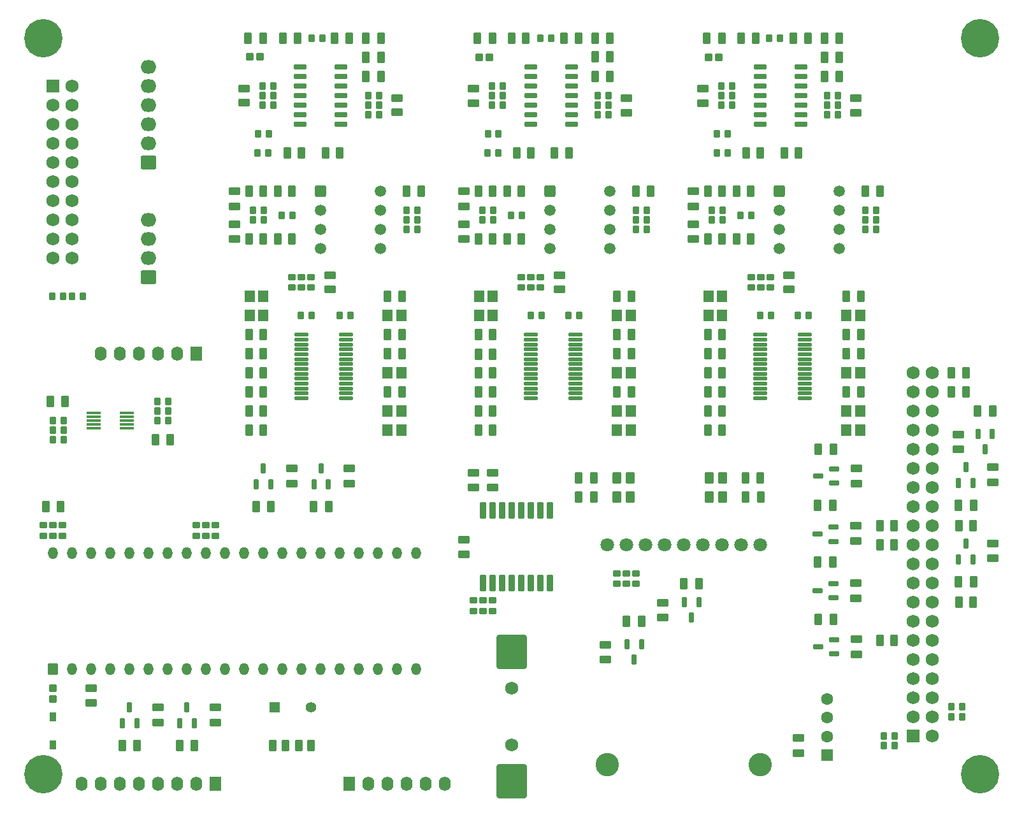
<source format=gts>
G04*
G04 #@! TF.GenerationSoftware,Altium Limited,Altium Designer,19.0.15 (446)*
G04*
G04 Layer_Color=8388736*
%FSLAX25Y25*%
%MOIN*%
G70*
G01*
G75*
%ADD33R,0.05512X0.06299*%
G04:AMPARAMS|DCode=34|XSize=61.02mil|YSize=43.31mil|CornerRadius=5.91mil|HoleSize=0mil|Usage=FLASHONLY|Rotation=90.000|XOffset=0mil|YOffset=0mil|HoleType=Round|Shape=RoundedRectangle|*
%AMROUNDEDRECTD34*
21,1,0.06102,0.03150,0,0,90.0*
21,1,0.04921,0.04331,0,0,90.0*
1,1,0.01181,0.01575,0.02461*
1,1,0.01181,0.01575,-0.02461*
1,1,0.01181,-0.01575,-0.02461*
1,1,0.01181,-0.01575,0.02461*
%
%ADD34ROUNDEDRECTD34*%
G04:AMPARAMS|DCode=35|XSize=40.95mil|YSize=35.43mil|CornerRadius=5.12mil|HoleSize=0mil|Usage=FLASHONLY|Rotation=90.000|XOffset=0mil|YOffset=0mil|HoleType=Round|Shape=RoundedRectangle|*
%AMROUNDEDRECTD35*
21,1,0.04095,0.02520,0,0,90.0*
21,1,0.03071,0.03543,0,0,90.0*
1,1,0.01024,0.01260,0.01535*
1,1,0.01024,0.01260,-0.01535*
1,1,0.01024,-0.01260,-0.01535*
1,1,0.01024,-0.01260,0.01535*
%
%ADD35ROUNDEDRECTD35*%
G04:AMPARAMS|DCode=36|XSize=61.02mil|YSize=43.31mil|CornerRadius=5.91mil|HoleSize=0mil|Usage=FLASHONLY|Rotation=180.000|XOffset=0mil|YOffset=0mil|HoleType=Round|Shape=RoundedRectangle|*
%AMROUNDEDRECTD36*
21,1,0.06102,0.03150,0,0,180.0*
21,1,0.04921,0.04331,0,0,180.0*
1,1,0.01181,-0.02461,0.01575*
1,1,0.01181,0.02461,0.01575*
1,1,0.01181,0.02461,-0.01575*
1,1,0.01181,-0.02461,-0.01575*
%
%ADD36ROUNDEDRECTD36*%
G04:AMPARAMS|DCode=37|XSize=43.31mil|YSize=39.37mil|CornerRadius=5.51mil|HoleSize=0mil|Usage=FLASHONLY|Rotation=90.000|XOffset=0mil|YOffset=0mil|HoleType=Round|Shape=RoundedRectangle|*
%AMROUNDEDRECTD37*
21,1,0.04331,0.02835,0,0,90.0*
21,1,0.03228,0.03937,0,0,90.0*
1,1,0.01102,0.01417,0.01614*
1,1,0.01102,0.01417,-0.01614*
1,1,0.01102,-0.01417,-0.01614*
1,1,0.01102,-0.01417,0.01614*
%
%ADD37ROUNDEDRECTD37*%
G04:AMPARAMS|DCode=38|XSize=63.98mil|YSize=29.53mil|CornerRadius=4.53mil|HoleSize=0mil|Usage=FLASHONLY|Rotation=0.000|XOffset=0mil|YOffset=0mil|HoleType=Round|Shape=RoundedRectangle|*
%AMROUNDEDRECTD38*
21,1,0.06398,0.02047,0,0,0.0*
21,1,0.05492,0.02953,0,0,0.0*
1,1,0.00906,0.02746,-0.01024*
1,1,0.00906,-0.02746,-0.01024*
1,1,0.00906,-0.02746,0.01024*
1,1,0.00906,0.02746,0.01024*
%
%ADD38ROUNDEDRECTD38*%
G04:AMPARAMS|DCode=39|XSize=40.95mil|YSize=35.43mil|CornerRadius=5.12mil|HoleSize=0mil|Usage=FLASHONLY|Rotation=0.000|XOffset=0mil|YOffset=0mil|HoleType=Round|Shape=RoundedRectangle|*
%AMROUNDEDRECTD39*
21,1,0.04095,0.02520,0,0,0.0*
21,1,0.03071,0.03543,0,0,0.0*
1,1,0.01024,0.01535,-0.01260*
1,1,0.01024,-0.01535,-0.01260*
1,1,0.01024,-0.01535,0.01260*
1,1,0.01024,0.01535,0.01260*
%
%ADD39ROUNDEDRECTD39*%
G04:AMPARAMS|DCode=40|XSize=74.8mil|YSize=17.72mil|CornerRadius=3.35mil|HoleSize=0mil|Usage=FLASHONLY|Rotation=0.000|XOffset=0mil|YOffset=0mil|HoleType=Round|Shape=RoundedRectangle|*
%AMROUNDEDRECTD40*
21,1,0.07480,0.01102,0,0,0.0*
21,1,0.06811,0.01772,0,0,0.0*
1,1,0.00669,0.03406,-0.00551*
1,1,0.00669,-0.03406,-0.00551*
1,1,0.00669,-0.03406,0.00551*
1,1,0.00669,0.03406,0.00551*
%
%ADD40ROUNDEDRECTD40*%
G04:AMPARAMS|DCode=41|XSize=51.18mil|YSize=29.53mil|CornerRadius=4.53mil|HoleSize=0mil|Usage=FLASHONLY|Rotation=270.000|XOffset=0mil|YOffset=0mil|HoleType=Round|Shape=RoundedRectangle|*
%AMROUNDEDRECTD41*
21,1,0.05118,0.02047,0,0,270.0*
21,1,0.04213,0.02953,0,0,270.0*
1,1,0.00906,-0.01024,-0.02106*
1,1,0.00906,-0.01024,0.02106*
1,1,0.00906,0.01024,0.02106*
1,1,0.00906,0.01024,-0.02106*
%
%ADD41ROUNDEDRECTD41*%
G04:AMPARAMS|DCode=42|XSize=51.18mil|YSize=29.53mil|CornerRadius=4.53mil|HoleSize=0mil|Usage=FLASHONLY|Rotation=180.000|XOffset=0mil|YOffset=0mil|HoleType=Round|Shape=RoundedRectangle|*
%AMROUNDEDRECTD42*
21,1,0.05118,0.02047,0,0,180.0*
21,1,0.04213,0.02953,0,0,180.0*
1,1,0.00906,-0.02106,0.01024*
1,1,0.00906,0.02106,0.01024*
1,1,0.00906,0.02106,-0.01024*
1,1,0.00906,-0.02106,-0.01024*
%
%ADD42ROUNDEDRECTD42*%
G04:AMPARAMS|DCode=43|XSize=86.61mil|YSize=31.5mil|CornerRadius=4.72mil|HoleSize=0mil|Usage=FLASHONLY|Rotation=90.000|XOffset=0mil|YOffset=0mil|HoleType=Round|Shape=RoundedRectangle|*
%AMROUNDEDRECTD43*
21,1,0.08661,0.02205,0,0,90.0*
21,1,0.07717,0.03150,0,0,90.0*
1,1,0.00945,0.01102,0.03858*
1,1,0.00945,0.01102,-0.03858*
1,1,0.00945,-0.01102,-0.03858*
1,1,0.00945,-0.01102,0.03858*
%
%ADD43ROUNDEDRECTD43*%
G04:AMPARAMS|DCode=44|XSize=58.66mil|YSize=41.73mil|CornerRadius=5.75mil|HoleSize=0mil|Usage=FLASHONLY|Rotation=90.000|XOffset=0mil|YOffset=0mil|HoleType=Round|Shape=RoundedRectangle|*
%AMROUNDEDRECTD44*
21,1,0.05866,0.03024,0,0,90.0*
21,1,0.04717,0.04173,0,0,90.0*
1,1,0.01150,0.01512,0.02358*
1,1,0.01150,0.01512,-0.02358*
1,1,0.01150,-0.01512,-0.02358*
1,1,0.01150,-0.01512,0.02358*
%
%ADD44ROUNDEDRECTD44*%
G04:AMPARAMS|DCode=45|XSize=41.34mil|YSize=41.34mil|CornerRadius=6.64mil|HoleSize=0mil|Usage=FLASHONLY|Rotation=270.000|XOffset=0mil|YOffset=0mil|HoleType=Round|Shape=RoundedRectangle|*
%AMROUNDEDRECTD45*
21,1,0.04134,0.02805,0,0,270.0*
21,1,0.02805,0.04134,0,0,270.0*
1,1,0.01329,-0.01403,-0.01403*
1,1,0.01329,-0.01403,0.01403*
1,1,0.01329,0.01403,0.01403*
1,1,0.01329,0.01403,-0.01403*
%
%ADD45ROUNDEDRECTD45*%
G04:AMPARAMS|DCode=46|XSize=49.21mil|YSize=35.43mil|CornerRadius=5.12mil|HoleSize=0mil|Usage=FLASHONLY|Rotation=270.000|XOffset=0mil|YOffset=0mil|HoleType=Round|Shape=RoundedRectangle|*
%AMROUNDEDRECTD46*
21,1,0.04921,0.02520,0,0,270.0*
21,1,0.03898,0.03543,0,0,270.0*
1,1,0.01024,-0.01260,-0.01949*
1,1,0.01024,-0.01260,0.01949*
1,1,0.01024,0.01260,0.01949*
1,1,0.01024,0.01260,-0.01949*
%
%ADD46ROUNDEDRECTD46*%
G04:AMPARAMS|DCode=47|XSize=74.8mil|YSize=15.35mil|CornerRadius=3.11mil|HoleSize=0mil|Usage=FLASHONLY|Rotation=0.000|XOffset=0mil|YOffset=0mil|HoleType=Round|Shape=RoundedRectangle|*
%AMROUNDEDRECTD47*
21,1,0.07480,0.00913,0,0,0.0*
21,1,0.06858,0.01535,0,0,0.0*
1,1,0.00622,0.03429,-0.00457*
1,1,0.00622,-0.03429,-0.00457*
1,1,0.00622,-0.03429,0.00457*
1,1,0.00622,0.03429,0.00457*
%
%ADD47ROUNDEDRECTD47*%
G04:AMPARAMS|DCode=48|XSize=47.24mil|YSize=59.06mil|CornerRadius=7.38mil|HoleSize=0mil|Usage=FLASHONLY|Rotation=180.000|XOffset=0mil|YOffset=0mil|HoleType=Round|Shape=RoundedRectangle|*
%AMROUNDEDRECTD48*
21,1,0.04724,0.04429,0,0,180.0*
21,1,0.03248,0.05906,0,0,180.0*
1,1,0.01476,-0.01624,0.02215*
1,1,0.01476,0.01624,0.02215*
1,1,0.01476,0.01624,-0.02215*
1,1,0.01476,-0.01624,-0.02215*
%
%ADD48ROUNDEDRECTD48*%
G04:AMPARAMS|DCode=49|XSize=181.1mil|YSize=161.42mil|CornerRadius=17.72mil|HoleSize=0mil|Usage=FLASHONLY|Rotation=90.000|XOffset=0mil|YOffset=0mil|HoleType=Round|Shape=RoundedRectangle|*
%AMROUNDEDRECTD49*
21,1,0.18110,0.12598,0,0,90.0*
21,1,0.14567,0.16142,0,0,90.0*
1,1,0.03543,0.06299,0.07284*
1,1,0.03543,0.06299,-0.07284*
1,1,0.03543,-0.06299,-0.07284*
1,1,0.03543,-0.06299,0.07284*
%
%ADD49ROUNDEDRECTD49*%
%ADD50C,0.05906*%
G04:AMPARAMS|DCode=51|XSize=59.06mil|YSize=59.06mil|CornerRadius=7.48mil|HoleSize=0mil|Usage=FLASHONLY|Rotation=0.000|XOffset=0mil|YOffset=0mil|HoleType=Round|Shape=RoundedRectangle|*
%AMROUNDEDRECTD51*
21,1,0.05906,0.04409,0,0,0.0*
21,1,0.04409,0.05906,0,0,0.0*
1,1,0.01496,0.02205,-0.02205*
1,1,0.01496,-0.02205,-0.02205*
1,1,0.01496,-0.02205,0.02205*
1,1,0.01496,0.02205,0.02205*
%
%ADD51ROUNDEDRECTD51*%
G04:AMPARAMS|DCode=52|XSize=68.9mil|YSize=68.9mil|CornerRadius=8.47mil|HoleSize=0mil|Usage=FLASHONLY|Rotation=270.000|XOffset=0mil|YOffset=0mil|HoleType=Round|Shape=RoundedRectangle|*
%AMROUNDEDRECTD52*
21,1,0.06890,0.05197,0,0,270.0*
21,1,0.05197,0.06890,0,0,270.0*
1,1,0.01693,-0.02598,-0.02598*
1,1,0.01693,-0.02598,0.02598*
1,1,0.01693,0.02598,0.02598*
1,1,0.01693,0.02598,-0.02598*
%
%ADD52ROUNDEDRECTD52*%
%ADD53C,0.06890*%
G04:AMPARAMS|DCode=54|XSize=62.99mil|YSize=62.99mil|CornerRadius=7.87mil|HoleSize=0mil|Usage=FLASHONLY|Rotation=90.000|XOffset=0mil|YOffset=0mil|HoleType=Round|Shape=RoundedRectangle|*
%AMROUNDEDRECTD54*
21,1,0.06299,0.04724,0,0,90.0*
21,1,0.04724,0.06299,0,0,90.0*
1,1,0.01575,0.02362,0.02362*
1,1,0.01575,0.02362,-0.02362*
1,1,0.01575,-0.02362,-0.02362*
1,1,0.01575,-0.02362,0.02362*
%
%ADD54ROUNDEDRECTD54*%
%ADD55C,0.06299*%
%ADD56C,0.12205*%
%ADD57C,0.07087*%
G04:AMPARAMS|DCode=58|XSize=62.99mil|YSize=74.8mil|CornerRadius=9.35mil|HoleSize=0mil|Usage=FLASHONLY|Rotation=0.000|XOffset=0mil|YOffset=0mil|HoleType=Round|Shape=RoundedRectangle|*
%AMROUNDEDRECTD58*
21,1,0.06299,0.05610,0,0,0.0*
21,1,0.04429,0.07480,0,0,0.0*
1,1,0.01870,0.02215,-0.02805*
1,1,0.01870,-0.02215,-0.02805*
1,1,0.01870,-0.02215,0.02805*
1,1,0.01870,0.02215,0.02805*
%
%ADD58ROUNDEDRECTD58*%
%ADD59O,0.06299X0.07480*%
G04:AMPARAMS|DCode=60|XSize=55.12mil|YSize=55.12mil|CornerRadius=7.09mil|HoleSize=0mil|Usage=FLASHONLY|Rotation=0.000|XOffset=0mil|YOffset=0mil|HoleType=Round|Shape=RoundedRectangle|*
%AMROUNDEDRECTD60*
21,1,0.05512,0.04095,0,0,0.0*
21,1,0.04095,0.05512,0,0,0.0*
1,1,0.01417,0.02047,-0.02047*
1,1,0.01417,-0.02047,-0.02047*
1,1,0.01417,-0.02047,0.02047*
1,1,0.01417,0.02047,0.02047*
%
%ADD60ROUNDEDRECTD60*%
%ADD61C,0.05512*%
%ADD62O,0.05118X0.06299*%
G04:AMPARAMS|DCode=63|XSize=62.99mil|YSize=51.18mil|CornerRadius=6.69mil|HoleSize=0mil|Usage=FLASHONLY|Rotation=90.000|XOffset=0mil|YOffset=0mil|HoleType=Round|Shape=RoundedRectangle|*
%AMROUNDEDRECTD63*
21,1,0.06299,0.03780,0,0,90.0*
21,1,0.04961,0.05118,0,0,90.0*
1,1,0.01339,0.01890,0.02480*
1,1,0.01339,0.01890,-0.02480*
1,1,0.01339,-0.01890,-0.02480*
1,1,0.01339,-0.01890,0.02480*
%
%ADD63ROUNDEDRECTD63*%
G04:AMPARAMS|DCode=64|XSize=70.87mil|YSize=82.68mil|CornerRadius=10.34mil|HoleSize=0mil|Usage=FLASHONLY|Rotation=90.000|XOffset=0mil|YOffset=0mil|HoleType=Round|Shape=RoundedRectangle|*
%AMROUNDEDRECTD64*
21,1,0.07087,0.06201,0,0,90.0*
21,1,0.05020,0.08268,0,0,90.0*
1,1,0.02067,0.03100,0.02510*
1,1,0.02067,0.03100,-0.02510*
1,1,0.02067,-0.03100,-0.02510*
1,1,0.02067,-0.03100,0.02510*
%
%ADD64ROUNDEDRECTD64*%
%ADD65O,0.08268X0.07087*%
%ADD66C,0.20079*%
%ADD67C,0.06906*%
D33*
X442087Y195000D02*
D03*
X435000D02*
D03*
X442087Y205000D02*
D03*
X435000D02*
D03*
X442087Y225000D02*
D03*
X435000D02*
D03*
X442087Y255000D02*
D03*
X435000D02*
D03*
X370000D02*
D03*
X362913D02*
D03*
X370000Y265000D02*
D03*
X362913D02*
D03*
X322087Y255000D02*
D03*
X315000D02*
D03*
X322087Y225000D02*
D03*
X315000D02*
D03*
X322087Y205000D02*
D03*
X315000D02*
D03*
X322087Y195000D02*
D03*
X315000D02*
D03*
X250000Y265000D02*
D03*
X242913D02*
D03*
X250000Y255000D02*
D03*
X242913D02*
D03*
X202087Y195000D02*
D03*
X195000D02*
D03*
X202087Y205000D02*
D03*
X195000D02*
D03*
X202087Y225000D02*
D03*
X195000D02*
D03*
X202087Y255000D02*
D03*
X195000D02*
D03*
X130000Y265000D02*
D03*
X122913D02*
D03*
X129803Y255000D02*
D03*
X122717D02*
D03*
D34*
X435000Y215000D02*
D03*
X442480D02*
D03*
X435000Y235059D02*
D03*
X442480D02*
D03*
X435000Y245000D02*
D03*
X442480D02*
D03*
X435000Y265000D02*
D03*
X442480D02*
D03*
X452480Y320000D02*
D03*
X445000D02*
D03*
X423386Y380000D02*
D03*
X431260D02*
D03*
X423386Y390000D02*
D03*
X431260D02*
D03*
X423386Y400000D02*
D03*
X431260D02*
D03*
X415000D02*
D03*
X407126D02*
D03*
X380000D02*
D03*
X387480D02*
D03*
X369803D02*
D03*
X361929D02*
D03*
X390000Y340000D02*
D03*
X382520D02*
D03*
X410000D02*
D03*
X402520D02*
D03*
X303386Y380000D02*
D03*
X311260D02*
D03*
X303386Y390400D02*
D03*
X311260D02*
D03*
X303386Y400000D02*
D03*
X311260D02*
D03*
X295000D02*
D03*
X287126D02*
D03*
X259803D02*
D03*
X267283D02*
D03*
X249803D02*
D03*
X241929D02*
D03*
X289803Y340000D02*
D03*
X282323D02*
D03*
X270000D02*
D03*
X262520D02*
D03*
X377520Y320000D02*
D03*
X385000D02*
D03*
X362520D02*
D03*
X370000D02*
D03*
X377520Y295000D02*
D03*
X385000D02*
D03*
X362520D02*
D03*
X370000D02*
D03*
X332480Y320000D02*
D03*
X325000D02*
D03*
X257520D02*
D03*
X265000D02*
D03*
X242520D02*
D03*
X250000D02*
D03*
X257520Y295000D02*
D03*
X265000D02*
D03*
X242520D02*
D03*
X250000D02*
D03*
X362520Y195000D02*
D03*
X370000D02*
D03*
X362520Y205000D02*
D03*
X370000D02*
D03*
X362520Y215000D02*
D03*
X370000D02*
D03*
X362520Y225000D02*
D03*
X370000D02*
D03*
X362520Y235059D02*
D03*
X370000D02*
D03*
X362520Y245000D02*
D03*
X370000D02*
D03*
X315000Y265000D02*
D03*
X322480D02*
D03*
X315000Y245000D02*
D03*
X322480D02*
D03*
X315000Y235000D02*
D03*
X322480D02*
D03*
X315000Y215000D02*
D03*
X322480D02*
D03*
X242520Y195000D02*
D03*
X250000D02*
D03*
X242520Y205000D02*
D03*
X250000D02*
D03*
X242520Y215000D02*
D03*
X250000D02*
D03*
X242520Y225000D02*
D03*
X250000D02*
D03*
X242520Y234764D02*
D03*
X250000D02*
D03*
X242520Y245000D02*
D03*
X250000D02*
D03*
X490000Y225000D02*
D03*
X497480D02*
D03*
X490000Y215000D02*
D03*
X497480D02*
D03*
X503583Y205000D02*
D03*
X511457D02*
D03*
X501417Y155709D02*
D03*
X493543D02*
D03*
X493740Y144961D02*
D03*
X501220D02*
D03*
X501417Y115870D02*
D03*
X493543D02*
D03*
X501220Y105256D02*
D03*
X493740D02*
D03*
X420354Y185000D02*
D03*
X428228D02*
D03*
X420000Y155709D02*
D03*
X427874D02*
D03*
X452520Y135000D02*
D03*
X460000D02*
D03*
X452520Y145000D02*
D03*
X460000D02*
D03*
X420000Y126063D02*
D03*
X427874D02*
D03*
X420354Y96024D02*
D03*
X428228D02*
D03*
X452520Y85000D02*
D03*
X460000D02*
D03*
X212480Y320000D02*
D03*
X205000D02*
D03*
X195000Y215000D02*
D03*
X202480D02*
D03*
X195000Y235000D02*
D03*
X202480D02*
D03*
X195000Y245000D02*
D03*
X202480D02*
D03*
X195000Y265000D02*
D03*
X202480D02*
D03*
X122520Y245000D02*
D03*
X130000D02*
D03*
X122520Y235000D02*
D03*
X130000D02*
D03*
X122520Y225000D02*
D03*
X130000D02*
D03*
X122520Y215000D02*
D03*
X130000D02*
D03*
X122520Y205000D02*
D03*
X130000D02*
D03*
X122520Y195000D02*
D03*
X130000D02*
D03*
X350000Y114803D02*
D03*
X357874D02*
D03*
X320000Y95000D02*
D03*
X327874D02*
D03*
X164134Y155000D02*
D03*
X156260D02*
D03*
X133937D02*
D03*
X126063D02*
D03*
X93937Y30000D02*
D03*
X86063D02*
D03*
X63937D02*
D03*
X56063D02*
D03*
X16260Y155000D02*
D03*
X23740D02*
D03*
X137520Y295000D02*
D03*
X145000D02*
D03*
X122520D02*
D03*
X130000D02*
D03*
X137520Y320000D02*
D03*
X145000D02*
D03*
X122520D02*
D03*
X130000D02*
D03*
X170000Y340000D02*
D03*
X162520D02*
D03*
X150000D02*
D03*
X142520D02*
D03*
X183661Y380000D02*
D03*
X191535D02*
D03*
X183661Y390000D02*
D03*
X191535D02*
D03*
X183661Y400000D02*
D03*
X191535D02*
D03*
X175000D02*
D03*
X167126D02*
D03*
X140290D02*
D03*
X147770D02*
D03*
X129803D02*
D03*
X121929D02*
D03*
X302874Y160000D02*
D03*
X295000D02*
D03*
X302874Y170000D02*
D03*
X295000D02*
D03*
X382323Y160000D02*
D03*
X390197D02*
D03*
X382126Y170000D02*
D03*
X390000D02*
D03*
X18661Y210000D02*
D03*
X26142D02*
D03*
X73661Y190000D02*
D03*
X81142D02*
D03*
D35*
X450394Y305000D02*
D03*
X444803D02*
D03*
X450394Y300000D02*
D03*
X444803D02*
D03*
X450394Y310000D02*
D03*
X444803D02*
D03*
X430394Y360000D02*
D03*
X424803D02*
D03*
X430394Y365000D02*
D03*
X424803D02*
D03*
X430394Y370000D02*
D03*
X424803D02*
D03*
X400197Y400000D02*
D03*
X394606D02*
D03*
X369606Y375000D02*
D03*
X375197D02*
D03*
X369606Y370000D02*
D03*
X375197D02*
D03*
X369606Y365000D02*
D03*
X375197D02*
D03*
X372795Y350000D02*
D03*
X367205D02*
D03*
Y340000D02*
D03*
X372795D02*
D03*
X280394Y400000D02*
D03*
X274803D02*
D03*
X310394Y370000D02*
D03*
X304803D02*
D03*
X310394Y365000D02*
D03*
X304803D02*
D03*
X310394Y360000D02*
D03*
X304803D02*
D03*
X249606Y375000D02*
D03*
X255197D02*
D03*
X249606Y370000D02*
D03*
X255197D02*
D03*
X249606Y365000D02*
D03*
X255197D02*
D03*
X247205Y340000D02*
D03*
X252795D02*
D03*
X252992Y350000D02*
D03*
X247401D02*
D03*
X364606Y310000D02*
D03*
X370197D02*
D03*
Y305000D02*
D03*
X364606D02*
D03*
X379606Y307437D02*
D03*
X385197D02*
D03*
X330394Y300000D02*
D03*
X324803D02*
D03*
X330394Y305000D02*
D03*
X324803D02*
D03*
X330394Y310000D02*
D03*
X324803D02*
D03*
X244606D02*
D03*
X250197D02*
D03*
Y305000D02*
D03*
X244606D02*
D03*
X259606Y307437D02*
D03*
X265197D02*
D03*
X409606Y255000D02*
D03*
X415197D02*
D03*
X395394D02*
D03*
X389803D02*
D03*
X289606D02*
D03*
X295197D02*
D03*
X275394D02*
D03*
X269803D02*
D03*
X495394Y45000D02*
D03*
X489803D02*
D03*
X495394Y50472D02*
D03*
X489803D02*
D03*
X454606Y35000D02*
D03*
X460197D02*
D03*
X454606Y30000D02*
D03*
X460197D02*
D03*
X204803Y305000D02*
D03*
X210394D02*
D03*
Y310000D02*
D03*
X204803D02*
D03*
X169803Y255000D02*
D03*
X175394D02*
D03*
X155197D02*
D03*
X149606D02*
D03*
X130197Y305000D02*
D03*
X124606D02*
D03*
Y310000D02*
D03*
X130197D02*
D03*
X139606Y307437D02*
D03*
X145197D02*
D03*
X127008Y340000D02*
D03*
X132598D02*
D03*
X132795Y350000D02*
D03*
X127205D02*
D03*
X129606Y370000D02*
D03*
X135197D02*
D03*
X129606Y365000D02*
D03*
X135197D02*
D03*
X129606Y375000D02*
D03*
X135197D02*
D03*
X190394Y365000D02*
D03*
X184803D02*
D03*
X190394Y370000D02*
D03*
X184803D02*
D03*
X190394Y360000D02*
D03*
X184803D02*
D03*
X160820Y400000D02*
D03*
X155229D02*
D03*
X29803Y265000D02*
D03*
X35394D02*
D03*
X25197D02*
D03*
X19606D02*
D03*
X210394Y300000D02*
D03*
X204803D02*
D03*
X25394Y190000D02*
D03*
X19803D02*
D03*
X25394Y195000D02*
D03*
X19803D02*
D03*
X25394Y200000D02*
D03*
X19803D02*
D03*
X74606D02*
D03*
X80197D02*
D03*
X74606Y205000D02*
D03*
X80197D02*
D03*
X74606Y210000D02*
D03*
X80197D02*
D03*
D36*
X440000Y361260D02*
D03*
Y368740D02*
D03*
X360000Y366260D02*
D03*
Y373740D02*
D03*
X320000Y361260D02*
D03*
Y368740D02*
D03*
X240000Y366260D02*
D03*
Y373740D02*
D03*
X355000Y312126D02*
D03*
Y320000D02*
D03*
Y295000D02*
D03*
Y302874D02*
D03*
X235000Y295000D02*
D03*
Y302874D02*
D03*
Y312126D02*
D03*
Y320000D02*
D03*
X405000Y268661D02*
D03*
Y276142D02*
D03*
X285000Y268661D02*
D03*
Y276142D02*
D03*
X493583Y185000D02*
D03*
Y192874D02*
D03*
X511417Y175748D02*
D03*
Y167874D02*
D03*
X511457Y135909D02*
D03*
Y128035D02*
D03*
X440354Y175000D02*
D03*
Y167126D02*
D03*
X440000Y145000D02*
D03*
Y137126D02*
D03*
Y115000D02*
D03*
Y107126D02*
D03*
X440354Y85669D02*
D03*
Y77795D02*
D03*
X410000Y26063D02*
D03*
Y33937D02*
D03*
X165000Y268661D02*
D03*
Y276142D02*
D03*
X338937Y96988D02*
D03*
Y104862D02*
D03*
X308937Y75000D02*
D03*
Y82874D02*
D03*
X175000Y175000D02*
D03*
Y167126D02*
D03*
X145000Y175000D02*
D03*
Y167126D02*
D03*
X249803Y172874D02*
D03*
Y165000D02*
D03*
X240000Y172874D02*
D03*
Y165000D02*
D03*
X235000Y137874D02*
D03*
Y130000D02*
D03*
X105000Y50000D02*
D03*
Y42126D02*
D03*
X75000Y50000D02*
D03*
Y42126D02*
D03*
X40000Y52520D02*
D03*
Y60000D02*
D03*
X115000Y295000D02*
D03*
Y302874D02*
D03*
Y312126D02*
D03*
Y320000D02*
D03*
X120000Y366339D02*
D03*
Y373819D02*
D03*
X200000Y361339D02*
D03*
Y368819D02*
D03*
D37*
X368307Y390000D02*
D03*
X362717D02*
D03*
X248307D02*
D03*
X242717D02*
D03*
X128307Y390400D02*
D03*
X122717D02*
D03*
D38*
X270000Y385000D02*
D03*
Y380000D02*
D03*
Y375000D02*
D03*
Y370000D02*
D03*
Y365000D02*
D03*
Y360000D02*
D03*
Y355000D02*
D03*
X291354D02*
D03*
Y360000D02*
D03*
Y365000D02*
D03*
Y370000D02*
D03*
Y375000D02*
D03*
Y380000D02*
D03*
Y385000D02*
D03*
X149323D02*
D03*
Y380000D02*
D03*
Y375000D02*
D03*
Y370000D02*
D03*
Y365000D02*
D03*
Y360000D02*
D03*
Y355000D02*
D03*
X170677D02*
D03*
Y360000D02*
D03*
Y365000D02*
D03*
Y370000D02*
D03*
Y375000D02*
D03*
Y380000D02*
D03*
Y385000D02*
D03*
X411354D02*
D03*
Y380000D02*
D03*
Y375000D02*
D03*
Y370000D02*
D03*
Y365000D02*
D03*
Y360000D02*
D03*
Y355000D02*
D03*
X390000D02*
D03*
Y360000D02*
D03*
Y365000D02*
D03*
Y370000D02*
D03*
Y375000D02*
D03*
Y380000D02*
D03*
Y385000D02*
D03*
D39*
X395197Y269606D02*
D03*
Y275197D02*
D03*
X390197Y269606D02*
D03*
Y275197D02*
D03*
X385197Y269606D02*
D03*
Y275197D02*
D03*
X275000Y269606D02*
D03*
Y275197D02*
D03*
X265000Y269606D02*
D03*
Y275197D02*
D03*
X270000Y269606D02*
D03*
Y275197D02*
D03*
X155000Y269606D02*
D03*
Y275197D02*
D03*
X150000Y269606D02*
D03*
Y275197D02*
D03*
X145000Y269606D02*
D03*
Y275197D02*
D03*
X325000Y114606D02*
D03*
Y120197D02*
D03*
X320000Y114606D02*
D03*
Y120197D02*
D03*
X314803Y114606D02*
D03*
Y120197D02*
D03*
X100000Y145394D02*
D03*
Y139803D02*
D03*
X105000Y145394D02*
D03*
Y139803D02*
D03*
X95000Y145394D02*
D03*
Y139803D02*
D03*
X245000Y100516D02*
D03*
Y106106D02*
D03*
X250000Y100516D02*
D03*
Y106106D02*
D03*
X239803Y100516D02*
D03*
Y106106D02*
D03*
X20000Y145394D02*
D03*
Y139803D02*
D03*
X25000Y145394D02*
D03*
Y139803D02*
D03*
X15000Y145394D02*
D03*
Y139803D02*
D03*
D40*
X413134Y245000D02*
D03*
Y242441D02*
D03*
Y239882D02*
D03*
Y237323D02*
D03*
Y234764D02*
D03*
Y232205D02*
D03*
Y229646D02*
D03*
Y227087D02*
D03*
Y224528D02*
D03*
Y221969D02*
D03*
Y219409D02*
D03*
Y216850D02*
D03*
Y214291D02*
D03*
Y211732D02*
D03*
X390000D02*
D03*
Y214291D02*
D03*
Y216850D02*
D03*
Y219409D02*
D03*
Y221969D02*
D03*
Y224528D02*
D03*
Y227087D02*
D03*
Y229646D02*
D03*
Y232205D02*
D03*
Y234764D02*
D03*
Y237323D02*
D03*
Y239882D02*
D03*
Y242441D02*
D03*
Y245000D02*
D03*
X293134D02*
D03*
Y242441D02*
D03*
Y239882D02*
D03*
Y237323D02*
D03*
Y234764D02*
D03*
Y232205D02*
D03*
Y229646D02*
D03*
Y227087D02*
D03*
Y224528D02*
D03*
Y221969D02*
D03*
Y219409D02*
D03*
Y216850D02*
D03*
Y214291D02*
D03*
Y211732D02*
D03*
X270000D02*
D03*
Y214291D02*
D03*
Y216850D02*
D03*
Y219409D02*
D03*
Y221969D02*
D03*
Y224528D02*
D03*
Y227087D02*
D03*
Y229646D02*
D03*
Y232205D02*
D03*
Y234764D02*
D03*
Y237323D02*
D03*
Y239882D02*
D03*
Y242441D02*
D03*
Y245000D02*
D03*
X173134D02*
D03*
Y242441D02*
D03*
Y239882D02*
D03*
Y237323D02*
D03*
Y234764D02*
D03*
Y232205D02*
D03*
Y229646D02*
D03*
Y227087D02*
D03*
Y224528D02*
D03*
Y221969D02*
D03*
Y219409D02*
D03*
Y216850D02*
D03*
Y214291D02*
D03*
Y211732D02*
D03*
X150000D02*
D03*
Y214291D02*
D03*
Y216850D02*
D03*
Y219409D02*
D03*
Y221969D02*
D03*
Y224528D02*
D03*
Y227087D02*
D03*
Y229646D02*
D03*
Y232205D02*
D03*
Y234764D02*
D03*
Y237323D02*
D03*
Y239882D02*
D03*
Y242441D02*
D03*
Y245000D02*
D03*
D41*
X511299Y193268D02*
D03*
X503740D02*
D03*
X507520Y185000D02*
D03*
X493701Y167441D02*
D03*
X501260D02*
D03*
X497480Y175709D02*
D03*
X493701Y127602D02*
D03*
X501260D02*
D03*
X497480Y135870D02*
D03*
X357717Y105256D02*
D03*
X350157D02*
D03*
X353937Y96988D02*
D03*
X327716Y83268D02*
D03*
X320157D02*
D03*
X323937Y75000D02*
D03*
X156417Y166732D02*
D03*
X163976D02*
D03*
X160197Y175000D02*
D03*
X126220Y166732D02*
D03*
X133780D02*
D03*
X130000Y175000D02*
D03*
X86220Y41732D02*
D03*
X93780D02*
D03*
X90000Y50000D02*
D03*
X56220Y41732D02*
D03*
X63780D02*
D03*
X60000Y50000D02*
D03*
D42*
X428622Y167283D02*
D03*
Y174843D02*
D03*
X420354Y171063D02*
D03*
X428268Y136929D02*
D03*
Y144488D02*
D03*
X420000Y140709D02*
D03*
X428268Y107283D02*
D03*
Y114843D02*
D03*
X420000Y111063D02*
D03*
X428622Y77953D02*
D03*
Y85512D02*
D03*
X420354Y81732D02*
D03*
D43*
X245000Y153189D02*
D03*
X250000D02*
D03*
X255000D02*
D03*
X260000D02*
D03*
X265000D02*
D03*
X270000D02*
D03*
X275000D02*
D03*
X280000D02*
D03*
Y115000D02*
D03*
X275000D02*
D03*
X270000D02*
D03*
X265000D02*
D03*
X260000D02*
D03*
X255000D02*
D03*
X250000D02*
D03*
X245000D02*
D03*
D44*
X155000Y30000D02*
D03*
X148543D02*
D03*
X135000D02*
D03*
X141457D02*
D03*
D45*
X20000Y60000D02*
D03*
Y54291D02*
D03*
D46*
Y30433D02*
D03*
Y45000D02*
D03*
D47*
X58661Y203937D02*
D03*
Y201969D02*
D03*
Y200000D02*
D03*
Y198032D02*
D03*
Y196063D02*
D03*
X41339D02*
D03*
Y198032D02*
D03*
Y200000D02*
D03*
Y201969D02*
D03*
Y203937D02*
D03*
D48*
X321890Y160000D02*
D03*
X315000D02*
D03*
Y170000D02*
D03*
X321890D02*
D03*
X363307Y160000D02*
D03*
X370197D02*
D03*
Y170000D02*
D03*
X363307D02*
D03*
D49*
X260000Y79094D02*
D03*
Y11378D02*
D03*
D50*
X431260Y320000D02*
D03*
Y310000D02*
D03*
Y300000D02*
D03*
Y290000D02*
D03*
X400000D02*
D03*
Y300000D02*
D03*
Y310000D02*
D03*
X311260Y320000D02*
D03*
Y310000D02*
D03*
Y300000D02*
D03*
Y290000D02*
D03*
X280000D02*
D03*
Y300000D02*
D03*
Y310000D02*
D03*
X191260Y320000D02*
D03*
Y310000D02*
D03*
Y300000D02*
D03*
Y290000D02*
D03*
X160000D02*
D03*
Y300000D02*
D03*
Y310000D02*
D03*
D51*
X400000Y320000D02*
D03*
X280000D02*
D03*
X160000D02*
D03*
D52*
X470000Y35000D02*
D03*
X20000Y375000D02*
D03*
D53*
X480000Y35000D02*
D03*
X470000Y45000D02*
D03*
X480000D02*
D03*
X470000Y55000D02*
D03*
X480000D02*
D03*
X470000Y65000D02*
D03*
X480000D02*
D03*
X470000Y75000D02*
D03*
X480000D02*
D03*
X470000Y85000D02*
D03*
X480000D02*
D03*
X470000Y95000D02*
D03*
X480000D02*
D03*
X470000Y105000D02*
D03*
X480000D02*
D03*
X470000Y115000D02*
D03*
X480000D02*
D03*
X470000Y125000D02*
D03*
X480000D02*
D03*
X470000Y135000D02*
D03*
X480000D02*
D03*
X470000Y145000D02*
D03*
X480000D02*
D03*
X470000Y155000D02*
D03*
X480000D02*
D03*
X470000Y165000D02*
D03*
X480000D02*
D03*
X470000Y175000D02*
D03*
X480000D02*
D03*
X470000Y185000D02*
D03*
X480000D02*
D03*
X470000Y195000D02*
D03*
X480000D02*
D03*
X470000Y205000D02*
D03*
X480000D02*
D03*
X470000Y215000D02*
D03*
X480000D02*
D03*
X470000Y225000D02*
D03*
X480000D02*
D03*
X30000Y375000D02*
D03*
X20000Y365000D02*
D03*
X30000D02*
D03*
X20000Y355000D02*
D03*
X30000D02*
D03*
X20000Y345000D02*
D03*
X30000D02*
D03*
X20000Y335000D02*
D03*
X30000D02*
D03*
X20000Y325000D02*
D03*
X30000D02*
D03*
X20000Y315000D02*
D03*
X30000D02*
D03*
X20000Y305000D02*
D03*
X30000D02*
D03*
X20000Y295000D02*
D03*
X30000D02*
D03*
X20000Y285000D02*
D03*
X30000D02*
D03*
D54*
X425000Y25000D02*
D03*
D55*
Y34843D02*
D03*
Y44685D02*
D03*
Y54528D02*
D03*
D56*
X390000Y20000D02*
D03*
X310000D02*
D03*
D57*
X390000Y135000D02*
D03*
X380000D02*
D03*
X370000D02*
D03*
X360000D02*
D03*
X350000D02*
D03*
X340000D02*
D03*
X330000D02*
D03*
X320000D02*
D03*
X310000D02*
D03*
D58*
X175000Y10000D02*
D03*
X105000D02*
D03*
X95000Y235000D02*
D03*
D59*
X185000Y10000D02*
D03*
X195000D02*
D03*
X205000D02*
D03*
X215000D02*
D03*
X225000D02*
D03*
X95000D02*
D03*
X85000D02*
D03*
X75000D02*
D03*
X65000D02*
D03*
X55000D02*
D03*
X45000D02*
D03*
X35000D02*
D03*
X85000Y235000D02*
D03*
X75000D02*
D03*
X65000D02*
D03*
X55000D02*
D03*
X45000D02*
D03*
D60*
X135787Y50000D02*
D03*
D61*
X155000D02*
D03*
D62*
X20000Y130748D02*
D03*
X30000D02*
D03*
X40000D02*
D03*
X50000D02*
D03*
X60000D02*
D03*
X70000D02*
D03*
X80000D02*
D03*
X90000D02*
D03*
X100000D02*
D03*
X110000D02*
D03*
X120000D02*
D03*
X130000D02*
D03*
X140000D02*
D03*
X150000D02*
D03*
X160000D02*
D03*
X170000D02*
D03*
X180000D02*
D03*
X190000D02*
D03*
X200000D02*
D03*
X210000D02*
D03*
Y70000D02*
D03*
X200000D02*
D03*
X190000D02*
D03*
X180000D02*
D03*
X170000D02*
D03*
X160000D02*
D03*
X150000D02*
D03*
X140000D02*
D03*
X130000D02*
D03*
X120000D02*
D03*
X110000D02*
D03*
X100000D02*
D03*
X90000D02*
D03*
X80000D02*
D03*
X70000D02*
D03*
X60000D02*
D03*
X50000D02*
D03*
X40000D02*
D03*
X30000D02*
D03*
D63*
X20000D02*
D03*
D64*
X70000Y335000D02*
D03*
Y275000D02*
D03*
D65*
Y345000D02*
D03*
Y355000D02*
D03*
Y365000D02*
D03*
Y375000D02*
D03*
Y385000D02*
D03*
Y285000D02*
D03*
Y295000D02*
D03*
Y305000D02*
D03*
D66*
X505000Y400000D02*
D03*
Y15000D02*
D03*
X15000Y400000D02*
D03*
Y15000D02*
D03*
D67*
X260000Y30472D02*
D03*
Y60000D02*
D03*
M02*

</source>
